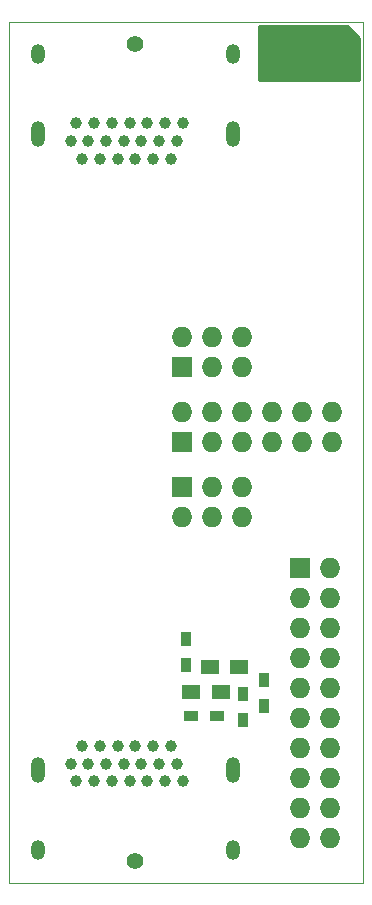
<source format=gbs>
G04 #@! TF.FileFunction,Soldermask,Bot*
%FSLAX46Y46*%
G04 Gerber Fmt 4.6, Leading zero omitted, Abs format (unit mm)*
G04 Created by KiCad (PCBNEW 4.0.2+e4-6225~38~ubuntu14.04.1-stable) date Mon Aug  1 15:26:05 2016*
%MOMM*%
G01*
G04 APERTURE LIST*
%ADD10C,0.350000*%
%ADD11C,0.100000*%
%ADD12C,1.400000*%
%ADD13O,1.200000X1.700000*%
%ADD14O,1.200000X2.200000*%
%ADD15C,1.000000*%
%ADD16R,1.727200X1.727200*%
%ADD17O,1.727200X1.727200*%
%ADD18R,1.500000X1.250000*%
%ADD19R,0.900000X1.200000*%
%ADD20R,1.200000X0.900000*%
%ADD21C,0.254000*%
G04 APERTURE END LIST*
D10*
D11*
X50520600Y-22275800D02*
X20574000Y-22275800D01*
X50520600Y-95123000D02*
X50520600Y-22275800D01*
X20574000Y-95123000D02*
X50520600Y-95123000D01*
X20574000Y-22273033D02*
X20574000Y-95123070D01*
D12*
X31242000Y-93268000D03*
D13*
X39492000Y-92368000D03*
X22992000Y-92368000D03*
D14*
X39492000Y-85588000D03*
X22992000Y-85588000D03*
D15*
X31242000Y-83538000D03*
X32742000Y-83538000D03*
X34242000Y-83538000D03*
X29742000Y-83538000D03*
X28242000Y-83538000D03*
X26742000Y-83538000D03*
X31742000Y-85038000D03*
X33242000Y-85038000D03*
X34742000Y-85038000D03*
X30242000Y-85038000D03*
X28742000Y-85038000D03*
X27242000Y-85038000D03*
X25742000Y-85038000D03*
X32242000Y-86538000D03*
X33742000Y-86538000D03*
X35242000Y-86538000D03*
X30742000Y-86538000D03*
X29242000Y-86538000D03*
X27742000Y-86538000D03*
X26242000Y-86538000D03*
D16*
X45206920Y-68453000D03*
D17*
X47746920Y-68453000D03*
X45206920Y-70993000D03*
X47746920Y-70993000D03*
X45206920Y-73533000D03*
X47746920Y-73533000D03*
X45206920Y-76073000D03*
X47746920Y-76073000D03*
X45206920Y-78613000D03*
X47746920Y-78613000D03*
X45206920Y-81153000D03*
X47746920Y-81153000D03*
X45206920Y-83693000D03*
X47746920Y-83693000D03*
X45206920Y-86233000D03*
X47746920Y-86233000D03*
X45206920Y-88773000D03*
X47746920Y-88773000D03*
X45206920Y-91313000D03*
X47746920Y-91313000D03*
D16*
X35191700Y-51432460D03*
D17*
X35191700Y-48892460D03*
X37731700Y-51432460D03*
X37731700Y-48892460D03*
X40271700Y-51432460D03*
X40271700Y-48892460D03*
D18*
X37520560Y-76840080D03*
X40020560Y-76840080D03*
D19*
X35532060Y-74470080D03*
X35532060Y-76670080D03*
X42164000Y-80178000D03*
X42164000Y-77978000D03*
D18*
X38455920Y-78994000D03*
X35955920Y-78994000D03*
D16*
X35191700Y-57782460D03*
D17*
X35191700Y-55242460D03*
X37731700Y-57782460D03*
X37731700Y-55242460D03*
X40271700Y-57782460D03*
X40271700Y-55242460D03*
X42811700Y-57782460D03*
X42811700Y-55242460D03*
X45351700Y-57782460D03*
X45351700Y-55242460D03*
X47891700Y-57782460D03*
X47891700Y-55242460D03*
D20*
X38178920Y-81026000D03*
X35978920Y-81026000D03*
D19*
X40380920Y-81300500D03*
X40380920Y-79100500D03*
D16*
X35191700Y-61592460D03*
D17*
X35191700Y-64132460D03*
X37731700Y-61592460D03*
X37731700Y-64132460D03*
X40271700Y-61592460D03*
X40271700Y-64132460D03*
D12*
X31242000Y-24080000D03*
D13*
X39492000Y-24980000D03*
X22992000Y-24980000D03*
D14*
X39492000Y-31760000D03*
X22992000Y-31760000D03*
D15*
X31242000Y-33810000D03*
X32742000Y-33810000D03*
X34242000Y-33810000D03*
X29742000Y-33810000D03*
X28242000Y-33810000D03*
X26742000Y-33810000D03*
X31742000Y-32310000D03*
X33242000Y-32310000D03*
X34742000Y-32310000D03*
X30242000Y-32310000D03*
X28742000Y-32310000D03*
X27242000Y-32310000D03*
X25742000Y-32310000D03*
X32242000Y-30810000D03*
X33742000Y-30810000D03*
X35242000Y-30810000D03*
X30742000Y-30810000D03*
X29242000Y-30810000D03*
X27742000Y-30810000D03*
X26242000Y-30810000D03*
D21*
G36*
X50190400Y-23625504D02*
X50190400Y-27127200D01*
X41681400Y-27127200D01*
X41681400Y-22606000D01*
X49123477Y-22606000D01*
X50190400Y-23625504D01*
X50190400Y-23625504D01*
G37*
X50190400Y-23625504D02*
X50190400Y-27127200D01*
X41681400Y-27127200D01*
X41681400Y-22606000D01*
X49123477Y-22606000D01*
X50190400Y-23625504D01*
M02*

</source>
